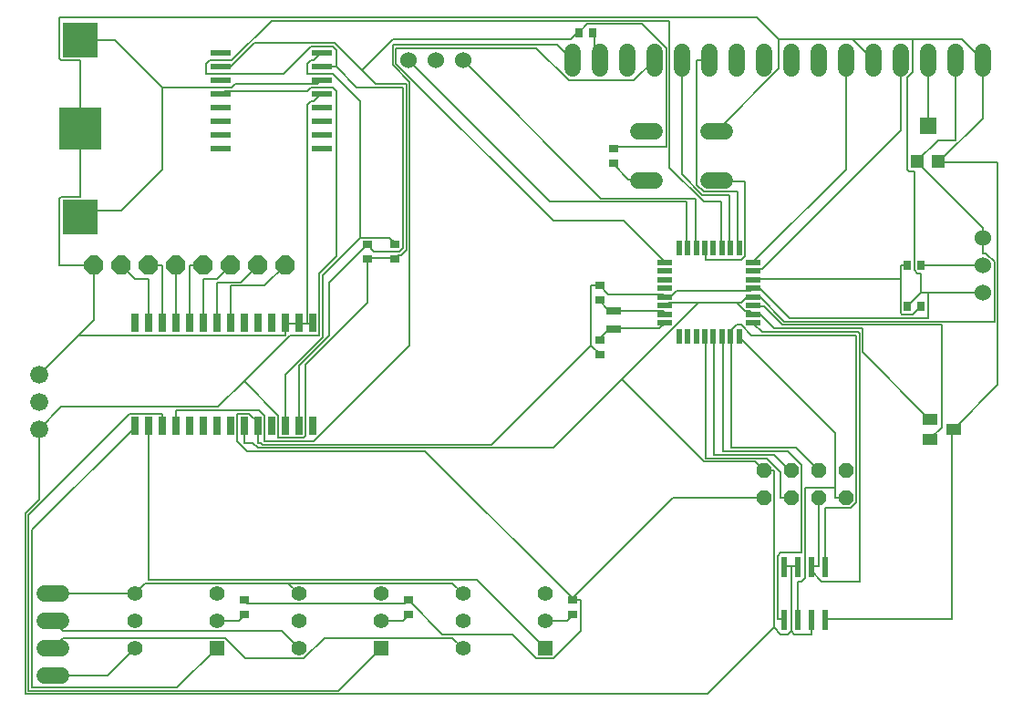
<source format=gbr>
G04 EAGLE Gerber X2 export*
%TF.Part,Single*%
%TF.FileFunction,Copper,L1,Top,Mixed*%
%TF.FilePolarity,Positive*%
%TF.GenerationSoftware,Autodesk,EAGLE,9.0.0*%
%TF.CreationDate,2019-07-04T23:27:38Z*%
G75*
%MOMM*%
%FSLAX34Y34*%
%LPD*%
%AMOC8*
5,1,8,0,0,1.08239X$1,22.5*%
G01*
%ADD10P,1.924489X8X292.500000*%
%ADD11R,0.900000X0.700000*%
%ADD12R,1.400000X1.000000*%
%ADD13C,1.524000*%
%ADD14C,1.524000*%
%ADD15R,1.400000X0.700000*%
%ADD16R,0.700000X0.900000*%
%ADD17P,1.539592X8X22.500000*%
%ADD18R,1.500000X1.600000*%
%ADD19R,1.200000X1.200000*%
%ADD20R,3.900000X3.900000*%
%ADD21R,3.200000X3.200000*%
%ADD22R,1.473200X0.508000*%
%ADD23R,0.508000X1.473200*%
%ADD24R,1.981200X0.533400*%
%ADD25R,0.558800X1.981200*%
%ADD26R,0.650000X1.700000*%
%ADD27R,1.408000X1.408000*%
%ADD28C,1.408000*%
%ADD29C,1.676400*%
%ADD30C,0.152400*%


D10*
X279400Y558800D03*
X254000Y558800D03*
X228600Y558800D03*
X203200Y558800D03*
X177800Y558800D03*
X152400Y558800D03*
X127000Y558800D03*
X101600Y558800D03*
D11*
X571500Y526900D03*
X571500Y539900D03*
X571500Y489100D03*
X571500Y476100D03*
D12*
X900000Y406400D03*
X878000Y396900D03*
X878000Y415900D03*
D13*
X927100Y584200D03*
X927100Y558800D03*
X927100Y533400D03*
D14*
X927100Y741680D02*
X927100Y756920D01*
X901700Y756920D02*
X901700Y741680D01*
X876300Y741680D02*
X876300Y756920D01*
X850900Y756920D02*
X850900Y741680D01*
X825500Y741680D02*
X825500Y756920D01*
X800100Y756920D02*
X800100Y741680D01*
X774700Y741680D02*
X774700Y756920D01*
X749300Y756920D02*
X749300Y741680D01*
X723900Y741680D02*
X723900Y756920D01*
X698500Y756920D02*
X698500Y741680D01*
X673100Y741680D02*
X673100Y756920D01*
X647700Y756920D02*
X647700Y741680D01*
X622300Y741680D02*
X622300Y756920D01*
X596900Y756920D02*
X596900Y741680D01*
X571500Y741680D02*
X571500Y756920D01*
X546100Y756920D02*
X546100Y741680D01*
D15*
X584200Y499500D03*
X584200Y516500D03*
D11*
X584200Y653900D03*
X584200Y666900D03*
X381000Y578000D03*
X381000Y565000D03*
X355600Y578000D03*
X355600Y565000D03*
D16*
X565300Y774700D03*
X552300Y774700D03*
X857100Y558800D03*
X870100Y558800D03*
X857100Y520700D03*
X870100Y520700D03*
D17*
X723900Y342900D03*
X723900Y368300D03*
X749300Y342900D03*
X749300Y368300D03*
X774700Y342900D03*
X774700Y368300D03*
X800100Y368300D03*
X800100Y342900D03*
D14*
X622808Y683006D02*
X607568Y683006D01*
X607568Y637794D02*
X622808Y637794D01*
X672592Y683006D02*
X687832Y683006D01*
X687832Y637794D02*
X672592Y637794D01*
D18*
X876300Y688100D03*
D19*
X866300Y654850D03*
X886300Y654850D03*
D20*
X88900Y685800D03*
D21*
X88900Y603800D03*
X88900Y767800D03*
D22*
X631952Y561340D03*
X631952Y553466D03*
X631952Y545338D03*
X631952Y537464D03*
X631952Y529336D03*
X631952Y521462D03*
X631952Y513334D03*
X631952Y505460D03*
D23*
X645160Y492252D03*
X653034Y492252D03*
X661162Y492252D03*
X669036Y492252D03*
X677164Y492252D03*
X685038Y492252D03*
X693166Y492252D03*
X701040Y492252D03*
D22*
X714248Y505460D03*
X714248Y513334D03*
X714248Y521462D03*
X714248Y529336D03*
X714248Y537464D03*
X714248Y545338D03*
X714248Y553466D03*
X714248Y561340D03*
D23*
X701040Y574548D03*
X693166Y574548D03*
X685038Y574548D03*
X677164Y574548D03*
X669036Y574548D03*
X661162Y574548D03*
X653034Y574548D03*
X645160Y574548D03*
D24*
X219710Y755650D03*
X219710Y742950D03*
X219710Y730250D03*
X219710Y717550D03*
X219710Y704850D03*
X219710Y692150D03*
X219710Y679450D03*
X219710Y666750D03*
X313690Y666750D03*
X313690Y679450D03*
X313690Y692150D03*
X313690Y704850D03*
X313690Y717550D03*
X313690Y730250D03*
X313690Y742950D03*
X313690Y755650D03*
D25*
X742950Y229362D03*
X755650Y229362D03*
X768350Y229362D03*
X781050Y229362D03*
X781050Y278638D03*
X768350Y278638D03*
X755650Y278638D03*
X742950Y278638D03*
D13*
X393700Y749300D03*
X419100Y749300D03*
X444500Y749300D03*
D26*
X139700Y409400D03*
X152400Y409400D03*
X165100Y409400D03*
X177800Y409400D03*
X190500Y409400D03*
X203200Y409400D03*
X215900Y409400D03*
X228600Y409400D03*
X241300Y409400D03*
X254000Y409400D03*
X241300Y505000D03*
X254000Y505000D03*
X266700Y505000D03*
X279400Y505000D03*
X292100Y505000D03*
X304800Y505000D03*
X304800Y409400D03*
X292100Y409400D03*
X279400Y409400D03*
X266700Y409400D03*
X228600Y505000D03*
X215900Y505000D03*
X203200Y505000D03*
X190500Y505000D03*
X177800Y505000D03*
X165100Y505000D03*
X152400Y505000D03*
X139700Y505000D03*
D27*
X215900Y203200D03*
D28*
X215900Y228600D03*
X215900Y254000D03*
X139700Y254000D03*
X139700Y228600D03*
X139700Y203200D03*
D27*
X520700Y203200D03*
D28*
X520700Y228600D03*
X520700Y254000D03*
X444500Y254000D03*
X444500Y228600D03*
X444500Y203200D03*
D11*
X241300Y247800D03*
X241300Y234800D03*
X546100Y247800D03*
X546100Y234800D03*
D27*
X368300Y203200D03*
D28*
X368300Y228600D03*
X368300Y254000D03*
X292100Y254000D03*
X292100Y228600D03*
X292100Y203200D03*
D11*
X393700Y247800D03*
X393700Y234800D03*
D14*
X71120Y177800D02*
X55880Y177800D01*
X55880Y203200D02*
X71120Y203200D01*
X71120Y228600D02*
X55880Y228600D01*
X55880Y254000D02*
X71120Y254000D01*
D29*
X50800Y406400D03*
X50800Y431800D03*
X50800Y457200D03*
D30*
X571500Y525463D02*
X579438Y517525D01*
X584200Y517525D01*
X571500Y525463D02*
X571500Y526900D01*
X584200Y517525D02*
X584200Y516500D01*
X630238Y515938D02*
X631825Y514350D01*
X630238Y515938D02*
X584200Y515938D01*
X631825Y514350D02*
X631952Y513334D01*
X584200Y515938D02*
X584200Y516500D01*
X579438Y498475D02*
X571500Y490538D01*
X579438Y498475D02*
X584200Y498475D01*
X571500Y490538D02*
X571500Y489100D01*
X584200Y498475D02*
X584200Y499500D01*
X627063Y500063D02*
X631825Y504825D01*
X627063Y500063D02*
X584200Y500063D01*
X631825Y504825D02*
X631952Y505460D01*
X584200Y500063D02*
X584200Y499500D01*
X244475Y244475D02*
X241300Y247650D01*
X244475Y244475D02*
X390525Y244475D01*
X393700Y247650D01*
X241300Y247650D02*
X241300Y247800D01*
X546100Y249238D02*
X639763Y342900D01*
X723900Y342900D01*
X425450Y215900D02*
X393700Y247650D01*
X425450Y215900D02*
X490538Y215900D01*
X512763Y193675D01*
X528638Y193675D01*
X554038Y219075D01*
X554038Y247650D01*
X546100Y247650D01*
X393700Y247650D02*
X393700Y247800D01*
X546100Y247650D02*
X546100Y247800D01*
X857250Y520700D02*
X869950Y533400D01*
X876300Y533400D02*
X927100Y533400D01*
X876300Y533400D02*
X869950Y533400D01*
X857250Y520700D02*
X857100Y520700D01*
X571500Y476250D02*
X563563Y484188D01*
X563563Y539750D01*
X571500Y539750D01*
X571500Y476250D02*
X571500Y476100D01*
X630238Y531813D02*
X631825Y530225D01*
X630238Y531813D02*
X579438Y531813D01*
X571500Y539750D01*
X631825Y530225D02*
X631952Y529336D01*
X571500Y539750D02*
X571500Y539900D01*
X711200Y534988D02*
X712788Y536575D01*
X711200Y534988D02*
X642938Y534988D01*
X638175Y530225D01*
X633413Y530225D01*
X712788Y536575D02*
X714248Y537464D01*
X633413Y530225D02*
X631952Y529336D01*
X254000Y409400D02*
X254000Y393700D01*
X257175Y393700D01*
X258763Y392113D01*
X471488Y392113D01*
X563563Y484188D01*
X876300Y509588D02*
X876300Y533400D01*
X876300Y509588D02*
X747713Y509588D01*
X720725Y536575D01*
X714375Y536575D01*
X714248Y537464D01*
X546100Y249238D02*
X409575Y385763D01*
X244475Y385763D01*
X234950Y395288D01*
X234950Y420688D01*
X246063Y420688D01*
X254000Y412750D01*
X254000Y409400D01*
X546100Y249238D02*
X546100Y247800D01*
X292100Y504825D02*
X279400Y504825D01*
X292100Y504825D02*
X300038Y504825D01*
X304800Y504825D01*
X304800Y505000D01*
X292100Y505000D02*
X292100Y504825D01*
X306388Y711200D02*
X312738Y717550D01*
X306388Y711200D02*
X303213Y711200D01*
X300038Y708025D01*
X300038Y504825D01*
X312738Y717550D02*
X313690Y717550D01*
X101600Y508000D02*
X87313Y493713D01*
X50800Y457200D01*
X101600Y508000D02*
X101600Y558800D01*
X88900Y622300D02*
X88900Y685800D01*
X88900Y622300D02*
X71438Y622300D01*
X69850Y620713D01*
X69850Y558800D01*
X101600Y558800D01*
X279400Y504825D02*
X279400Y493713D01*
X87313Y493713D01*
X279400Y504825D02*
X279400Y505000D01*
X898525Y406400D02*
X898525Y230188D01*
X781050Y230188D01*
X898525Y406400D02*
X900000Y406400D01*
X781050Y230188D02*
X781050Y229362D01*
X887413Y655638D02*
X927100Y695325D01*
X927100Y749300D01*
X887413Y655638D02*
X886300Y654850D01*
X738188Y741363D02*
X681038Y684213D01*
X738188Y741363D02*
X738188Y768350D01*
X806450Y768350D01*
X825500Y749300D01*
X681038Y684213D02*
X680212Y683006D01*
X908050Y768350D02*
X927100Y749300D01*
X862013Y768350D02*
X806450Y768350D01*
X862013Y768350D02*
X908050Y768350D01*
X941388Y447675D02*
X900113Y406400D01*
X941388Y447675D02*
X941388Y654050D01*
X887413Y654050D01*
X900000Y406400D02*
X900113Y406400D01*
X887413Y654050D02*
X886300Y654850D01*
X88900Y685800D02*
X88900Y749300D01*
X71438Y749300D01*
X69850Y750888D01*
X69850Y788988D01*
X717550Y788988D01*
X738188Y768350D01*
X869950Y550863D02*
X869950Y533400D01*
X869950Y550863D02*
X866775Y550863D01*
X863600Y554038D01*
X863600Y646113D01*
X858838Y646113D01*
X857250Y647700D01*
X857250Y733425D01*
X862013Y738188D01*
X862013Y768350D01*
X669925Y573088D02*
X669925Y563563D01*
X703263Y563563D01*
X706438Y566738D01*
X706438Y636588D01*
X681038Y636588D01*
X669036Y574548D02*
X669925Y573088D01*
X681038Y636588D02*
X680212Y637794D01*
X714375Y504825D02*
X722313Y496888D01*
X811213Y496888D01*
X812800Y495300D01*
X812800Y265113D01*
X777875Y265113D01*
X768350Y274638D01*
X768350Y278638D01*
X714375Y504825D02*
X714248Y505460D01*
X774700Y342900D02*
X774700Y279400D01*
X768350Y279400D01*
X768350Y278638D01*
X790575Y403225D02*
X701675Y492125D01*
X790575Y352425D02*
X790575Y342900D01*
X790575Y352425D02*
X790575Y403225D01*
X790575Y342900D02*
X800100Y342900D01*
X701675Y492125D02*
X701040Y492252D01*
X755650Y265113D02*
X755650Y229362D01*
X755650Y265113D02*
X758825Y265113D01*
X762000Y268288D01*
X762000Y352425D01*
X790575Y352425D01*
X693738Y388938D02*
X693738Y492125D01*
X693738Y388938D02*
X754063Y388938D01*
X774700Y368300D01*
X693738Y492125D02*
X693166Y492252D01*
X781050Y333375D02*
X781050Y278638D01*
X781050Y333375D02*
X804863Y333375D01*
X809625Y338138D01*
X809625Y493713D01*
X712788Y493713D01*
X703263Y503238D01*
X698500Y503238D01*
X693738Y498475D01*
X693738Y493713D01*
X693166Y492252D01*
X223838Y720725D02*
X220663Y717550D01*
X223838Y720725D02*
X300038Y720725D01*
X303213Y723900D01*
X323850Y723900D01*
X327025Y720725D01*
X327025Y566738D01*
X311150Y550863D01*
X311150Y493713D01*
X284163Y493713D01*
X241300Y450850D02*
X217488Y427038D01*
X241300Y450850D02*
X284163Y493713D01*
X217488Y427038D02*
X71438Y427038D01*
X50800Y406400D01*
X219710Y717550D02*
X220663Y717550D01*
X552450Y774700D02*
X560388Y782638D01*
X611188Y782638D01*
X633413Y760413D01*
X633413Y668338D01*
X584200Y668338D01*
X552450Y774700D02*
X552300Y774700D01*
X584200Y668338D02*
X584200Y666900D01*
X381000Y565150D02*
X355600Y565150D01*
X355600Y565000D01*
X381000Y565150D02*
X384175Y568325D01*
X387350Y568325D01*
X392113Y573088D01*
X392113Y727075D01*
X363538Y727075D01*
X350838Y739775D02*
X325438Y765175D01*
X350838Y739775D02*
X363538Y727075D01*
X325438Y765175D02*
X250825Y765175D01*
X228600Y742950D01*
X219710Y742950D01*
X381000Y565150D02*
X381000Y565000D01*
X544513Y768350D02*
X550863Y774700D01*
X544513Y768350D02*
X379413Y768350D01*
X350838Y739775D01*
X550863Y774700D02*
X552300Y774700D01*
X241300Y450850D02*
X273050Y419100D01*
X273050Y398463D01*
X296863Y398463D01*
X298450Y400050D01*
X298450Y466725D01*
X355600Y523875D01*
X355600Y565000D01*
X815975Y477838D02*
X877888Y415925D01*
X815975Y477838D02*
X815975Y500063D01*
X733425Y500063D01*
X720725Y512763D01*
X714375Y512763D01*
X877888Y415925D02*
X878000Y415900D01*
X714375Y512763D02*
X714248Y513334D01*
X866775Y654050D02*
X927100Y593725D01*
X927100Y584200D01*
X866775Y654050D02*
X866300Y654850D01*
X901700Y674688D02*
X901700Y749300D01*
X901700Y674688D02*
X885825Y674688D01*
X866775Y655638D01*
X866300Y654850D01*
X755650Y279400D02*
X749300Y279400D01*
X742950Y279400D01*
X742950Y278638D01*
X755650Y278638D02*
X755650Y279400D01*
X768350Y229362D02*
X768350Y215900D01*
X752475Y215900D01*
X749300Y219075D01*
X749300Y279400D01*
X633413Y522288D02*
X635000Y523875D01*
X698500Y523875D02*
X703263Y523875D01*
X698500Y523875D02*
X663575Y523875D01*
X635000Y523875D01*
X703263Y523875D02*
X708025Y528638D01*
X712788Y528638D01*
X633413Y522288D02*
X631952Y521462D01*
X712788Y528638D02*
X714248Y529336D01*
X241300Y409400D02*
X241300Y393700D01*
X249238Y393700D01*
X254000Y388938D01*
X528638Y388938D01*
X592138Y452438D02*
X663575Y523875D01*
X592138Y452438D02*
X528638Y388938D01*
X715963Y376238D02*
X723900Y368300D01*
X715963Y376238D02*
X668338Y376238D01*
X592138Y452438D01*
X749300Y219075D02*
X746125Y215900D01*
X739775Y215900D01*
X733425Y222250D01*
X733425Y368300D01*
X723900Y368300D01*
X927100Y569913D02*
X927100Y584200D01*
X927100Y569913D02*
X930275Y569913D01*
X938213Y561975D01*
X938213Y506413D01*
X742950Y506413D01*
X720725Y528638D01*
X714375Y528638D01*
X714248Y529336D01*
X711200Y515938D02*
X712788Y514350D01*
X711200Y515938D02*
X706438Y515938D01*
X698500Y523875D01*
X712788Y514350D02*
X714248Y513334D01*
X50800Y406400D02*
X50800Y341313D01*
X38100Y328613D01*
X38100Y160338D01*
X671513Y160338D01*
X733425Y222250D01*
X714375Y554038D02*
X715963Y555625D01*
X722313Y555625D01*
X850900Y684213D01*
X850900Y749300D01*
X714375Y554038D02*
X714248Y553466D01*
X685800Y492125D02*
X685800Y385763D01*
X746125Y385763D01*
X758825Y373063D01*
X758825Y292100D01*
X739775Y292100D01*
X736600Y288925D01*
X736600Y230188D01*
X742950Y230188D01*
X685800Y492125D02*
X685038Y492252D01*
X742950Y230188D02*
X742950Y229362D01*
X714375Y561975D02*
X800100Y647700D01*
X800100Y749300D01*
X714375Y561975D02*
X714248Y561340D01*
X700088Y574675D02*
X700088Y627063D01*
X668338Y627063D01*
X661988Y633413D01*
X661988Y749300D01*
X673100Y749300D01*
X700088Y574675D02*
X701040Y574548D01*
X692150Y574675D02*
X692150Y623888D01*
X666750Y623888D01*
X647700Y642938D01*
X647700Y749300D01*
X692150Y574675D02*
X693166Y574548D01*
X652463Y574675D02*
X652463Y617538D01*
X525463Y617538D01*
X393700Y749300D01*
X652463Y574675D02*
X653034Y574548D01*
X660400Y574675D02*
X660400Y620713D01*
X573088Y620713D01*
X444500Y749300D01*
X660400Y574675D02*
X661162Y574548D01*
X381000Y579438D02*
X376238Y584200D01*
X349250Y584200D01*
X314325Y549275D01*
X314325Y492125D01*
X279400Y457200D01*
X279400Y409400D01*
X381000Y578000D02*
X381000Y579438D01*
X306388Y749300D02*
X312738Y755650D01*
X306388Y749300D02*
X303213Y749300D01*
X300038Y746125D01*
X300038Y736600D01*
X323850Y736600D01*
X349250Y711200D01*
X349250Y584200D01*
X313690Y755650D02*
X312738Y755650D01*
X355600Y577850D02*
X320675Y542925D01*
X320675Y493713D01*
X292100Y465138D01*
X292100Y409400D01*
X684213Y574675D02*
X684213Y617538D01*
X668338Y617538D01*
X636588Y649288D01*
X636588Y785813D01*
X266700Y785813D01*
X230188Y749300D01*
X209550Y749300D01*
X206375Y746125D01*
X206375Y736600D01*
X277813Y736600D01*
X303213Y762000D01*
X323850Y762000D01*
X327025Y758825D01*
X327025Y742950D01*
X313690Y742950D01*
X684213Y574675D02*
X685038Y574548D01*
X361950Y571500D02*
X355600Y577850D01*
X361950Y571500D02*
X385763Y571500D01*
X388938Y574675D01*
X388938Y723900D01*
X346075Y723900D01*
X327025Y742950D01*
X355600Y578000D02*
X355600Y577850D01*
X228600Y539750D02*
X228600Y505000D01*
X228600Y539750D02*
X260350Y539750D01*
X279400Y558800D01*
X215900Y542925D02*
X215900Y505000D01*
X215900Y542925D02*
X238125Y542925D01*
X254000Y558800D01*
X203200Y546100D02*
X203200Y505000D01*
X203200Y546100D02*
X215900Y546100D01*
X228600Y558800D01*
X190500Y558800D02*
X190500Y505000D01*
X190500Y558800D02*
X203200Y558800D01*
X177800Y558800D02*
X177800Y505000D01*
X121200Y767800D02*
X88900Y767800D01*
X121200Y767800D02*
X165100Y723900D01*
X165100Y647700D02*
X127000Y609600D01*
X93663Y609600D01*
X165100Y647700D02*
X165100Y723900D01*
X309563Y727075D02*
X312738Y730250D01*
X309563Y727075D02*
X233363Y727075D01*
X230188Y723900D01*
X165100Y723900D01*
X312738Y730250D02*
X313690Y730250D01*
X93663Y609600D02*
X88900Y604838D01*
X88900Y603800D01*
X165100Y558800D02*
X165100Y505000D01*
X165100Y558800D02*
X152400Y558800D01*
X152400Y546100D02*
X152400Y505000D01*
X152400Y546100D02*
X139700Y546100D01*
X127000Y558800D01*
X139700Y407988D02*
X44450Y312738D01*
X44450Y166688D01*
X179388Y166688D01*
X215900Y203200D01*
X139700Y407988D02*
X139700Y409400D01*
X152400Y409400D02*
X152400Y266700D01*
X457200Y266700D01*
X520700Y203200D01*
X165100Y409400D02*
X165100Y420688D01*
X134938Y420688D01*
X41275Y327025D01*
X41275Y163513D01*
X328613Y163513D01*
X368300Y203200D01*
X177800Y409400D02*
X177800Y423863D01*
X255588Y423863D01*
X260350Y419100D01*
X260350Y395288D01*
X306388Y395288D01*
X395288Y484188D01*
X395288Y728663D01*
X379413Y744538D01*
X379413Y763588D01*
X531813Y763588D01*
X546100Y749300D01*
X669925Y492125D02*
X669925Y379413D01*
X727075Y379413D01*
X739775Y366713D01*
X739775Y342900D01*
X749300Y342900D01*
X669925Y492125D02*
X669036Y492252D01*
X677863Y492125D02*
X677863Y382588D01*
X733425Y382588D01*
X747713Y368300D01*
X749300Y368300D01*
X677863Y492125D02*
X677164Y492252D01*
X879475Y398463D02*
X889000Y407988D01*
X889000Y503238D01*
X741363Y503238D01*
X723900Y520700D01*
X714375Y520700D01*
X878000Y396900D02*
X879475Y398463D01*
X714375Y520700D02*
X714248Y521462D01*
X876300Y688100D02*
X876300Y749300D01*
X566738Y749300D02*
X566738Y774700D01*
X566738Y749300D02*
X571500Y749300D01*
X566738Y774700D02*
X565300Y774700D01*
X870100Y558800D02*
X927100Y558800D01*
X869950Y520700D02*
X862013Y512763D01*
X852488Y512763D01*
X850900Y514350D01*
X850900Y546100D02*
X850900Y558800D01*
X850900Y546100D02*
X850900Y514350D01*
X850900Y558800D02*
X857100Y558800D01*
X869950Y520700D02*
X870100Y520700D01*
X850900Y546100D02*
X714375Y546100D01*
X714248Y545338D01*
X598488Y638175D02*
X584200Y652463D01*
X598488Y638175D02*
X614363Y638175D01*
X584200Y652463D02*
X584200Y653900D01*
X614363Y638175D02*
X615188Y637794D01*
X593725Y600075D02*
X631825Y561975D01*
X593725Y600075D02*
X528638Y600075D01*
X382588Y746125D01*
X382588Y760413D01*
X512763Y760413D01*
X542925Y730250D01*
X603250Y730250D01*
X622300Y749300D01*
X631825Y561975D02*
X631952Y561340D01*
X241300Y233363D02*
X236538Y228600D01*
X215900Y228600D01*
X241300Y233363D02*
X241300Y234800D01*
X541338Y228600D02*
X546100Y233363D01*
X541338Y228600D02*
X520700Y228600D01*
X546100Y233363D02*
X546100Y234800D01*
X393700Y233363D02*
X388938Y228600D01*
X368300Y228600D01*
X393700Y233363D02*
X393700Y234800D01*
X139700Y203200D02*
X114300Y177800D01*
X63500Y177800D01*
X63500Y254000D02*
X139700Y254000D01*
X282575Y263525D02*
X292100Y254000D01*
X282575Y263525D02*
X149225Y263525D01*
X139700Y254000D01*
X434975Y263525D02*
X444500Y254000D01*
X434975Y263525D02*
X282575Y263525D01*
X434975Y212725D02*
X444500Y203200D01*
X434975Y212725D02*
X315913Y212725D01*
X296863Y193675D01*
X242888Y193675D01*
X223838Y212725D01*
X73025Y212725D01*
X63500Y203200D01*
X276225Y219075D02*
X292100Y203200D01*
X276225Y219075D02*
X73025Y219075D01*
X63500Y228600D01*
M02*

</source>
